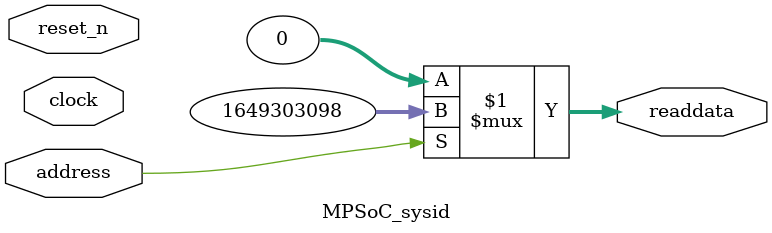
<source format=v>

`timescale 1ns / 1ps
// synthesis translate_on

// turn off superfluous verilog processor warnings 
// altera message_level Level1 
// altera message_off 10034 10035 10036 10037 10230 10240 10030 

module MPSoC_sysid (
               // inputs:
                address,
                clock,
                reset_n,

               // outputs:
                readdata
             )
;

  output  [ 31: 0] readdata;
  input            address;
  input            clock;
  input            reset_n;

  wire    [ 31: 0] readdata;
  //control_slave, which is an e_avalon_slave
  assign readdata = address ? 1649303098 : 0;

endmodule




</source>
